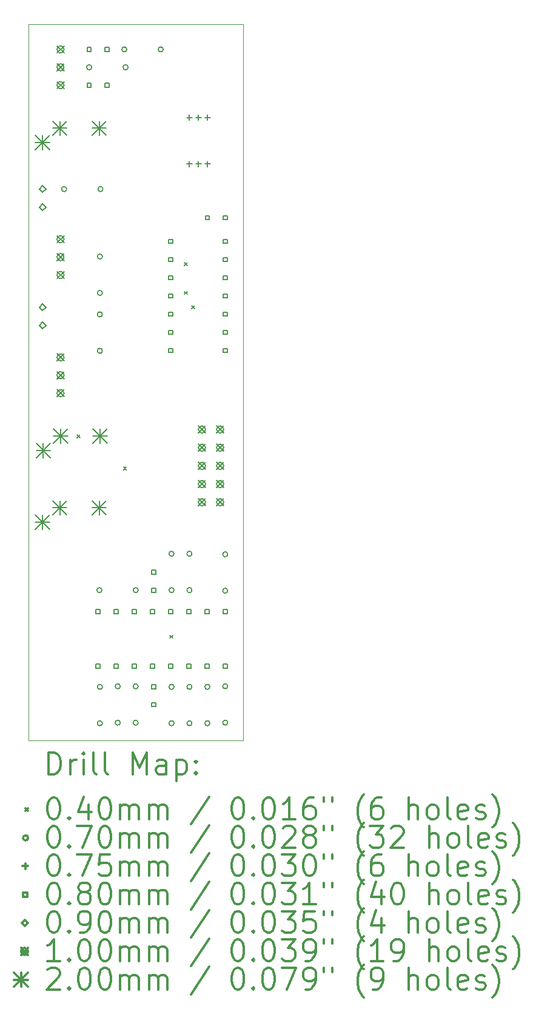
<source format=gbr>
%FSLAX45Y45*%
G04 Gerber Fmt 4.5, Leading zero omitted, Abs format (unit mm)*
G04 Created by KiCad (PCBNEW 5.1.2-f72e74a~84~ubuntu18.04.1) date 2019-05-18 13:16:39*
%MOMM*%
%LPD*%
G04 APERTURE LIST*
%ADD10C,0.050000*%
%ADD11C,0.200000*%
%ADD12C,0.300000*%
G04 APERTURE END LIST*
D10*
X15500000Y-4000000D02*
X12500000Y-4000000D01*
X15500000Y-14000000D02*
X15500000Y-4000000D01*
X12500000Y-14000000D02*
X15500000Y-14000000D01*
X12500000Y-4000000D02*
X12500000Y-14000000D01*
D11*
X13180000Y-9730000D02*
X13220000Y-9770000D01*
X13220000Y-9730000D02*
X13180000Y-9770000D01*
X13830000Y-10180000D02*
X13870000Y-10220000D01*
X13870000Y-10180000D02*
X13830000Y-10220000D01*
X14480000Y-12530000D02*
X14520000Y-12570000D01*
X14520000Y-12530000D02*
X14480000Y-12570000D01*
X14680000Y-7330000D02*
X14720000Y-7370000D01*
X14720000Y-7330000D02*
X14680000Y-7370000D01*
X14680000Y-7730000D02*
X14720000Y-7770000D01*
X14720000Y-7730000D02*
X14680000Y-7770000D01*
X14780000Y-7930000D02*
X14820000Y-7970000D01*
X14820000Y-7930000D02*
X14780000Y-7970000D01*
X14535000Y-13250000D02*
G75*
G03X14535000Y-13250000I-35000J0D01*
G01*
X14535000Y-13758000D02*
G75*
G03X14535000Y-13758000I-35000J0D01*
G01*
X13877000Y-4350000D02*
G75*
G03X13877000Y-4350000I-35000J0D01*
G01*
X14385000Y-4350000D02*
G75*
G03X14385000Y-4350000I-35000J0D01*
G01*
X14035000Y-13242000D02*
G75*
G03X14035000Y-13242000I-35000J0D01*
G01*
X14035000Y-13750000D02*
G75*
G03X14035000Y-13750000I-35000J0D01*
G01*
X13535000Y-13250000D02*
G75*
G03X13535000Y-13250000I-35000J0D01*
G01*
X13535000Y-13758000D02*
G75*
G03X13535000Y-13758000I-35000J0D01*
G01*
X14535000Y-11392000D02*
G75*
G03X14535000Y-11392000I-35000J0D01*
G01*
X14535000Y-11900000D02*
G75*
G03X14535000Y-11900000I-35000J0D01*
G01*
X14785000Y-13250000D02*
G75*
G03X14785000Y-13250000I-35000J0D01*
G01*
X14785000Y-13758000D02*
G75*
G03X14785000Y-13758000I-35000J0D01*
G01*
X13527000Y-11900000D02*
G75*
G03X13527000Y-11900000I-35000J0D01*
G01*
X14035000Y-11900000D02*
G75*
G03X14035000Y-11900000I-35000J0D01*
G01*
X15035000Y-13250000D02*
G75*
G03X15035000Y-13250000I-35000J0D01*
G01*
X15035000Y-13758000D02*
G75*
G03X15035000Y-13758000I-35000J0D01*
G01*
X14785000Y-11392000D02*
G75*
G03X14785000Y-11392000I-35000J0D01*
G01*
X14785000Y-11900000D02*
G75*
G03X14785000Y-11900000I-35000J0D01*
G01*
X13035000Y-6300000D02*
G75*
G03X13035000Y-6300000I-35000J0D01*
G01*
X13543000Y-6300000D02*
G75*
G03X13543000Y-6300000I-35000J0D01*
G01*
X13785000Y-13242000D02*
G75*
G03X13785000Y-13242000I-35000J0D01*
G01*
X13785000Y-13750000D02*
G75*
G03X13785000Y-13750000I-35000J0D01*
G01*
X13535000Y-8050000D02*
G75*
G03X13535000Y-8050000I-35000J0D01*
G01*
X13535000Y-8558000D02*
G75*
G03X13535000Y-8558000I-35000J0D01*
G01*
X15285000Y-11400000D02*
G75*
G03X15285000Y-11400000I-35000J0D01*
G01*
X15285000Y-11908000D02*
G75*
G03X15285000Y-11908000I-35000J0D01*
G01*
X15285000Y-13242000D02*
G75*
G03X15285000Y-13242000I-35000J0D01*
G01*
X15285000Y-13750000D02*
G75*
G03X15285000Y-13750000I-35000J0D01*
G01*
X13535000Y-7242000D02*
G75*
G03X13535000Y-7242000I-35000J0D01*
G01*
X13535000Y-7750000D02*
G75*
G03X13535000Y-7750000I-35000J0D01*
G01*
X13385000Y-4600000D02*
G75*
G03X13385000Y-4600000I-35000J0D01*
G01*
X13893000Y-4600000D02*
G75*
G03X13893000Y-4600000I-35000J0D01*
G01*
X14750000Y-5912500D02*
X14750000Y-5987500D01*
X14712500Y-5950000D02*
X14787500Y-5950000D01*
X14877000Y-5912500D02*
X14877000Y-5987500D01*
X14839500Y-5950000D02*
X14914500Y-5950000D01*
X15004000Y-5912500D02*
X15004000Y-5987500D01*
X14966500Y-5950000D02*
X15041500Y-5950000D01*
X14750000Y-5262500D02*
X14750000Y-5337500D01*
X14712500Y-5300000D02*
X14787500Y-5300000D01*
X14877000Y-5262500D02*
X14877000Y-5337500D01*
X14839500Y-5300000D02*
X14914500Y-5300000D01*
X15004000Y-5262500D02*
X15004000Y-5337500D01*
X14966500Y-5300000D02*
X15041500Y-5300000D01*
X14516284Y-7058284D02*
X14516284Y-7001715D01*
X14459715Y-7001715D01*
X14459715Y-7058284D01*
X14516284Y-7058284D01*
X14516284Y-7312284D02*
X14516284Y-7255715D01*
X14459715Y-7255715D01*
X14459715Y-7312284D01*
X14516284Y-7312284D01*
X14516284Y-7566284D02*
X14516284Y-7509715D01*
X14459715Y-7509715D01*
X14459715Y-7566284D01*
X14516284Y-7566284D01*
X14516284Y-7820284D02*
X14516284Y-7763715D01*
X14459715Y-7763715D01*
X14459715Y-7820284D01*
X14516284Y-7820284D01*
X14516284Y-8074284D02*
X14516284Y-8017715D01*
X14459715Y-8017715D01*
X14459715Y-8074284D01*
X14516284Y-8074284D01*
X14516284Y-8328284D02*
X14516284Y-8271715D01*
X14459715Y-8271715D01*
X14459715Y-8328284D01*
X14516284Y-8328284D01*
X14516284Y-8582285D02*
X14516284Y-8525716D01*
X14459715Y-8525716D01*
X14459715Y-8582285D01*
X14516284Y-8582285D01*
X15278284Y-7058284D02*
X15278284Y-7001715D01*
X15221715Y-7001715D01*
X15221715Y-7058284D01*
X15278284Y-7058284D01*
X15278284Y-7312284D02*
X15278284Y-7255715D01*
X15221715Y-7255715D01*
X15221715Y-7312284D01*
X15278284Y-7312284D01*
X15278284Y-7566284D02*
X15278284Y-7509715D01*
X15221715Y-7509715D01*
X15221715Y-7566284D01*
X15278284Y-7566284D01*
X15278284Y-7820284D02*
X15278284Y-7763715D01*
X15221715Y-7763715D01*
X15221715Y-7820284D01*
X15278284Y-7820284D01*
X15278284Y-8074284D02*
X15278284Y-8017715D01*
X15221715Y-8017715D01*
X15221715Y-8074284D01*
X15278284Y-8074284D01*
X15278284Y-8328284D02*
X15278284Y-8271715D01*
X15221715Y-8271715D01*
X15221715Y-8328284D01*
X15278284Y-8328284D01*
X15278284Y-8582285D02*
X15278284Y-8525716D01*
X15221715Y-8525716D01*
X15221715Y-8582285D01*
X15278284Y-8582285D01*
X13378284Y-4378285D02*
X13378284Y-4321716D01*
X13321715Y-4321716D01*
X13321715Y-4378285D01*
X13378284Y-4378285D01*
X13628284Y-4378285D02*
X13628284Y-4321716D01*
X13571715Y-4321716D01*
X13571715Y-4378285D01*
X13628284Y-4378285D01*
X13378284Y-4878285D02*
X13378284Y-4821716D01*
X13321715Y-4821716D01*
X13321715Y-4878285D01*
X13378284Y-4878285D01*
X13628284Y-4878285D02*
X13628284Y-4821716D01*
X13571715Y-4821716D01*
X13571715Y-4878285D01*
X13628284Y-4878285D01*
X14278284Y-11678284D02*
X14278284Y-11621715D01*
X14221715Y-11621715D01*
X14221715Y-11678284D01*
X14278284Y-11678284D01*
X14278284Y-11928284D02*
X14278284Y-11871715D01*
X14221715Y-11871715D01*
X14221715Y-11928284D01*
X14278284Y-11928284D01*
X13500284Y-12228284D02*
X13500284Y-12171715D01*
X13443715Y-12171715D01*
X13443715Y-12228284D01*
X13500284Y-12228284D01*
X13500284Y-12990284D02*
X13500284Y-12933715D01*
X13443715Y-12933715D01*
X13443715Y-12990284D01*
X13500284Y-12990284D01*
X13754284Y-12228284D02*
X13754284Y-12171715D01*
X13697715Y-12171715D01*
X13697715Y-12228284D01*
X13754284Y-12228284D01*
X13754284Y-12990284D02*
X13754284Y-12933715D01*
X13697715Y-12933715D01*
X13697715Y-12990284D01*
X13754284Y-12990284D01*
X14008284Y-12228284D02*
X14008284Y-12171715D01*
X13951715Y-12171715D01*
X13951715Y-12228284D01*
X14008284Y-12228284D01*
X14008284Y-12990284D02*
X14008284Y-12933715D01*
X13951715Y-12933715D01*
X13951715Y-12990284D01*
X14008284Y-12990284D01*
X14262284Y-12228284D02*
X14262284Y-12171715D01*
X14205715Y-12171715D01*
X14205715Y-12228284D01*
X14262284Y-12228284D01*
X14262284Y-12990284D02*
X14262284Y-12933715D01*
X14205715Y-12933715D01*
X14205715Y-12990284D01*
X14262284Y-12990284D01*
X14516284Y-12228284D02*
X14516284Y-12171715D01*
X14459715Y-12171715D01*
X14459715Y-12228284D01*
X14516284Y-12228284D01*
X14516284Y-12990284D02*
X14516284Y-12933715D01*
X14459715Y-12933715D01*
X14459715Y-12990284D01*
X14516284Y-12990284D01*
X14770284Y-12228284D02*
X14770284Y-12171715D01*
X14713715Y-12171715D01*
X14713715Y-12228284D01*
X14770284Y-12228284D01*
X14770284Y-12990284D02*
X14770284Y-12933715D01*
X14713715Y-12933715D01*
X14713715Y-12990284D01*
X14770284Y-12990284D01*
X15024284Y-12228284D02*
X15024284Y-12171715D01*
X14967715Y-12171715D01*
X14967715Y-12228284D01*
X15024284Y-12228284D01*
X15024284Y-12990284D02*
X15024284Y-12933715D01*
X14967715Y-12933715D01*
X14967715Y-12990284D01*
X15024284Y-12990284D01*
X15278284Y-12228284D02*
X15278284Y-12171715D01*
X15221715Y-12171715D01*
X15221715Y-12228284D01*
X15278284Y-12228284D01*
X15278284Y-12990284D02*
X15278284Y-12933715D01*
X15221715Y-12933715D01*
X15221715Y-12990284D01*
X15278284Y-12990284D01*
X15028284Y-6728284D02*
X15028284Y-6671715D01*
X14971715Y-6671715D01*
X14971715Y-6728284D01*
X15028284Y-6728284D01*
X15278284Y-6728284D02*
X15278284Y-6671715D01*
X15221715Y-6671715D01*
X15221715Y-6728284D01*
X15278284Y-6728284D01*
X14278284Y-13278284D02*
X14278284Y-13221715D01*
X14221715Y-13221715D01*
X14221715Y-13278284D01*
X14278284Y-13278284D01*
X14278284Y-13528284D02*
X14278284Y-13471715D01*
X14221715Y-13471715D01*
X14221715Y-13528284D01*
X14278284Y-13528284D01*
X12700000Y-7995000D02*
X12745000Y-7950000D01*
X12700000Y-7905000D01*
X12655000Y-7950000D01*
X12700000Y-7995000D01*
X12700000Y-8249000D02*
X12745000Y-8204000D01*
X12700000Y-8159000D01*
X12655000Y-8204000D01*
X12700000Y-8249000D01*
X12700000Y-6345000D02*
X12745000Y-6300000D01*
X12700000Y-6255000D01*
X12655000Y-6300000D01*
X12700000Y-6345000D01*
X12700000Y-6599000D02*
X12745000Y-6554000D01*
X12700000Y-6509000D01*
X12655000Y-6554000D01*
X12700000Y-6599000D01*
X12900000Y-6950000D02*
X13000000Y-7050000D01*
X13000000Y-6950000D02*
X12900000Y-7050000D01*
X13000000Y-7000000D02*
G75*
G03X13000000Y-7000000I-50000J0D01*
G01*
X12900000Y-7200000D02*
X13000000Y-7300000D01*
X13000000Y-7200000D02*
X12900000Y-7300000D01*
X13000000Y-7250000D02*
G75*
G03X13000000Y-7250000I-50000J0D01*
G01*
X12900000Y-7450000D02*
X13000000Y-7550000D01*
X13000000Y-7450000D02*
X12900000Y-7550000D01*
X13000000Y-7500000D02*
G75*
G03X13000000Y-7500000I-50000J0D01*
G01*
X14875300Y-9606500D02*
X14975300Y-9706500D01*
X14975300Y-9606500D02*
X14875300Y-9706500D01*
X14975300Y-9656500D02*
G75*
G03X14975300Y-9656500I-50000J0D01*
G01*
X14875300Y-9860500D02*
X14975300Y-9960500D01*
X14975300Y-9860500D02*
X14875300Y-9960500D01*
X14975300Y-9910500D02*
G75*
G03X14975300Y-9910500I-50000J0D01*
G01*
X14875300Y-10114500D02*
X14975300Y-10214500D01*
X14975300Y-10114500D02*
X14875300Y-10214500D01*
X14975300Y-10164500D02*
G75*
G03X14975300Y-10164500I-50000J0D01*
G01*
X14875300Y-10368500D02*
X14975300Y-10468500D01*
X14975300Y-10368500D02*
X14875300Y-10468500D01*
X14975300Y-10418500D02*
G75*
G03X14975300Y-10418500I-50000J0D01*
G01*
X14875300Y-10622500D02*
X14975300Y-10722500D01*
X14975300Y-10622500D02*
X14875300Y-10722500D01*
X14975300Y-10672500D02*
G75*
G03X14975300Y-10672500I-50000J0D01*
G01*
X15129300Y-9606500D02*
X15229300Y-9706500D01*
X15229300Y-9606500D02*
X15129300Y-9706500D01*
X15229300Y-9656500D02*
G75*
G03X15229300Y-9656500I-50000J0D01*
G01*
X15129300Y-9860500D02*
X15229300Y-9960500D01*
X15229300Y-9860500D02*
X15129300Y-9960500D01*
X15229300Y-9910500D02*
G75*
G03X15229300Y-9910500I-50000J0D01*
G01*
X15129300Y-10114500D02*
X15229300Y-10214500D01*
X15229300Y-10114500D02*
X15129300Y-10214500D01*
X15229300Y-10164500D02*
G75*
G03X15229300Y-10164500I-50000J0D01*
G01*
X15129300Y-10368500D02*
X15229300Y-10468500D01*
X15229300Y-10368500D02*
X15129300Y-10468500D01*
X15229300Y-10418500D02*
G75*
G03X15229300Y-10418500I-50000J0D01*
G01*
X15129300Y-10622500D02*
X15229300Y-10722500D01*
X15229300Y-10622500D02*
X15129300Y-10722500D01*
X15229300Y-10672500D02*
G75*
G03X15229300Y-10672500I-50000J0D01*
G01*
X12900000Y-4300000D02*
X13000000Y-4400000D01*
X13000000Y-4300000D02*
X12900000Y-4400000D01*
X13000000Y-4350000D02*
G75*
G03X13000000Y-4350000I-50000J0D01*
G01*
X12900000Y-4550000D02*
X13000000Y-4650000D01*
X13000000Y-4550000D02*
X12900000Y-4650000D01*
X13000000Y-4600000D02*
G75*
G03X13000000Y-4600000I-50000J0D01*
G01*
X12900000Y-4800000D02*
X13000000Y-4900000D01*
X13000000Y-4800000D02*
X12900000Y-4900000D01*
X13000000Y-4850000D02*
G75*
G03X13000000Y-4850000I-50000J0D01*
G01*
X12900000Y-8600000D02*
X13000000Y-8700000D01*
X13000000Y-8600000D02*
X12900000Y-8700000D01*
X13000000Y-8650000D02*
G75*
G03X13000000Y-8650000I-50000J0D01*
G01*
X12900000Y-8850000D02*
X13000000Y-8950000D01*
X13000000Y-8850000D02*
X12900000Y-8950000D01*
X13000000Y-8900000D02*
G75*
G03X13000000Y-8900000I-50000J0D01*
G01*
X12900000Y-9100000D02*
X13000000Y-9200000D01*
X13000000Y-9100000D02*
X12900000Y-9200000D01*
X13000000Y-9150000D02*
G75*
G03X13000000Y-9150000I-50000J0D01*
G01*
X12600000Y-5550000D02*
X12800000Y-5750000D01*
X12800000Y-5550000D02*
X12600000Y-5750000D01*
X12700000Y-5550000D02*
X12700000Y-5750000D01*
X12600000Y-5650000D02*
X12800000Y-5650000D01*
X12840000Y-5350000D02*
X13040000Y-5550000D01*
X13040000Y-5350000D02*
X12840000Y-5550000D01*
X12940000Y-5350000D02*
X12940000Y-5550000D01*
X12840000Y-5450000D02*
X13040000Y-5450000D01*
X13390000Y-5350000D02*
X13590000Y-5550000D01*
X13590000Y-5350000D02*
X13390000Y-5550000D01*
X13490000Y-5350000D02*
X13490000Y-5550000D01*
X13390000Y-5450000D02*
X13590000Y-5450000D01*
X12600000Y-10850000D02*
X12800000Y-11050000D01*
X12800000Y-10850000D02*
X12600000Y-11050000D01*
X12700000Y-10850000D02*
X12700000Y-11050000D01*
X12600000Y-10950000D02*
X12800000Y-10950000D01*
X12840000Y-10650000D02*
X13040000Y-10850000D01*
X13040000Y-10650000D02*
X12840000Y-10850000D01*
X12940000Y-10650000D02*
X12940000Y-10850000D01*
X12840000Y-10750000D02*
X13040000Y-10750000D01*
X13390000Y-10650000D02*
X13590000Y-10850000D01*
X13590000Y-10650000D02*
X13390000Y-10850000D01*
X13490000Y-10650000D02*
X13490000Y-10850000D01*
X13390000Y-10750000D02*
X13590000Y-10750000D01*
X12610000Y-9850000D02*
X12810000Y-10050000D01*
X12810000Y-9850000D02*
X12610000Y-10050000D01*
X12710000Y-9850000D02*
X12710000Y-10050000D01*
X12610000Y-9950000D02*
X12810000Y-9950000D01*
X12850000Y-9650000D02*
X13050000Y-9850000D01*
X13050000Y-9650000D02*
X12850000Y-9850000D01*
X12950000Y-9650000D02*
X12950000Y-9850000D01*
X12850000Y-9750000D02*
X13050000Y-9750000D01*
X13400000Y-9650000D02*
X13600000Y-9850000D01*
X13600000Y-9650000D02*
X13400000Y-9850000D01*
X13500000Y-9650000D02*
X13500000Y-9850000D01*
X13400000Y-9750000D02*
X13600000Y-9750000D01*
D12*
X12783928Y-14468214D02*
X12783928Y-14168214D01*
X12855357Y-14168214D01*
X12898214Y-14182500D01*
X12926786Y-14211071D01*
X12941071Y-14239643D01*
X12955357Y-14296786D01*
X12955357Y-14339643D01*
X12941071Y-14396786D01*
X12926786Y-14425357D01*
X12898214Y-14453929D01*
X12855357Y-14468214D01*
X12783928Y-14468214D01*
X13083928Y-14468214D02*
X13083928Y-14268214D01*
X13083928Y-14325357D02*
X13098214Y-14296786D01*
X13112500Y-14282500D01*
X13141071Y-14268214D01*
X13169643Y-14268214D01*
X13269643Y-14468214D02*
X13269643Y-14268214D01*
X13269643Y-14168214D02*
X13255357Y-14182500D01*
X13269643Y-14196786D01*
X13283928Y-14182500D01*
X13269643Y-14168214D01*
X13269643Y-14196786D01*
X13455357Y-14468214D02*
X13426786Y-14453929D01*
X13412500Y-14425357D01*
X13412500Y-14168214D01*
X13612500Y-14468214D02*
X13583928Y-14453929D01*
X13569643Y-14425357D01*
X13569643Y-14168214D01*
X13955357Y-14468214D02*
X13955357Y-14168214D01*
X14055357Y-14382500D01*
X14155357Y-14168214D01*
X14155357Y-14468214D01*
X14426786Y-14468214D02*
X14426786Y-14311071D01*
X14412500Y-14282500D01*
X14383928Y-14268214D01*
X14326786Y-14268214D01*
X14298214Y-14282500D01*
X14426786Y-14453929D02*
X14398214Y-14468214D01*
X14326786Y-14468214D01*
X14298214Y-14453929D01*
X14283928Y-14425357D01*
X14283928Y-14396786D01*
X14298214Y-14368214D01*
X14326786Y-14353929D01*
X14398214Y-14353929D01*
X14426786Y-14339643D01*
X14569643Y-14268214D02*
X14569643Y-14568214D01*
X14569643Y-14282500D02*
X14598214Y-14268214D01*
X14655357Y-14268214D01*
X14683928Y-14282500D01*
X14698214Y-14296786D01*
X14712500Y-14325357D01*
X14712500Y-14411071D01*
X14698214Y-14439643D01*
X14683928Y-14453929D01*
X14655357Y-14468214D01*
X14598214Y-14468214D01*
X14569643Y-14453929D01*
X14841071Y-14439643D02*
X14855357Y-14453929D01*
X14841071Y-14468214D01*
X14826786Y-14453929D01*
X14841071Y-14439643D01*
X14841071Y-14468214D01*
X14841071Y-14282500D02*
X14855357Y-14296786D01*
X14841071Y-14311071D01*
X14826786Y-14296786D01*
X14841071Y-14282500D01*
X14841071Y-14311071D01*
X12457500Y-14942500D02*
X12497500Y-14982500D01*
X12497500Y-14942500D02*
X12457500Y-14982500D01*
X12841071Y-14798214D02*
X12869643Y-14798214D01*
X12898214Y-14812500D01*
X12912500Y-14826786D01*
X12926786Y-14855357D01*
X12941071Y-14912500D01*
X12941071Y-14983929D01*
X12926786Y-15041071D01*
X12912500Y-15069643D01*
X12898214Y-15083929D01*
X12869643Y-15098214D01*
X12841071Y-15098214D01*
X12812500Y-15083929D01*
X12798214Y-15069643D01*
X12783928Y-15041071D01*
X12769643Y-14983929D01*
X12769643Y-14912500D01*
X12783928Y-14855357D01*
X12798214Y-14826786D01*
X12812500Y-14812500D01*
X12841071Y-14798214D01*
X13069643Y-15069643D02*
X13083928Y-15083929D01*
X13069643Y-15098214D01*
X13055357Y-15083929D01*
X13069643Y-15069643D01*
X13069643Y-15098214D01*
X13341071Y-14898214D02*
X13341071Y-15098214D01*
X13269643Y-14783929D02*
X13198214Y-14998214D01*
X13383928Y-14998214D01*
X13555357Y-14798214D02*
X13583928Y-14798214D01*
X13612500Y-14812500D01*
X13626786Y-14826786D01*
X13641071Y-14855357D01*
X13655357Y-14912500D01*
X13655357Y-14983929D01*
X13641071Y-15041071D01*
X13626786Y-15069643D01*
X13612500Y-15083929D01*
X13583928Y-15098214D01*
X13555357Y-15098214D01*
X13526786Y-15083929D01*
X13512500Y-15069643D01*
X13498214Y-15041071D01*
X13483928Y-14983929D01*
X13483928Y-14912500D01*
X13498214Y-14855357D01*
X13512500Y-14826786D01*
X13526786Y-14812500D01*
X13555357Y-14798214D01*
X13783928Y-15098214D02*
X13783928Y-14898214D01*
X13783928Y-14926786D02*
X13798214Y-14912500D01*
X13826786Y-14898214D01*
X13869643Y-14898214D01*
X13898214Y-14912500D01*
X13912500Y-14941071D01*
X13912500Y-15098214D01*
X13912500Y-14941071D02*
X13926786Y-14912500D01*
X13955357Y-14898214D01*
X13998214Y-14898214D01*
X14026786Y-14912500D01*
X14041071Y-14941071D01*
X14041071Y-15098214D01*
X14183928Y-15098214D02*
X14183928Y-14898214D01*
X14183928Y-14926786D02*
X14198214Y-14912500D01*
X14226786Y-14898214D01*
X14269643Y-14898214D01*
X14298214Y-14912500D01*
X14312500Y-14941071D01*
X14312500Y-15098214D01*
X14312500Y-14941071D02*
X14326786Y-14912500D01*
X14355357Y-14898214D01*
X14398214Y-14898214D01*
X14426786Y-14912500D01*
X14441071Y-14941071D01*
X14441071Y-15098214D01*
X15026786Y-14783929D02*
X14769643Y-15169643D01*
X15412500Y-14798214D02*
X15441071Y-14798214D01*
X15469643Y-14812500D01*
X15483928Y-14826786D01*
X15498214Y-14855357D01*
X15512500Y-14912500D01*
X15512500Y-14983929D01*
X15498214Y-15041071D01*
X15483928Y-15069643D01*
X15469643Y-15083929D01*
X15441071Y-15098214D01*
X15412500Y-15098214D01*
X15383928Y-15083929D01*
X15369643Y-15069643D01*
X15355357Y-15041071D01*
X15341071Y-14983929D01*
X15341071Y-14912500D01*
X15355357Y-14855357D01*
X15369643Y-14826786D01*
X15383928Y-14812500D01*
X15412500Y-14798214D01*
X15641071Y-15069643D02*
X15655357Y-15083929D01*
X15641071Y-15098214D01*
X15626786Y-15083929D01*
X15641071Y-15069643D01*
X15641071Y-15098214D01*
X15841071Y-14798214D02*
X15869643Y-14798214D01*
X15898214Y-14812500D01*
X15912500Y-14826786D01*
X15926786Y-14855357D01*
X15941071Y-14912500D01*
X15941071Y-14983929D01*
X15926786Y-15041071D01*
X15912500Y-15069643D01*
X15898214Y-15083929D01*
X15869643Y-15098214D01*
X15841071Y-15098214D01*
X15812500Y-15083929D01*
X15798214Y-15069643D01*
X15783928Y-15041071D01*
X15769643Y-14983929D01*
X15769643Y-14912500D01*
X15783928Y-14855357D01*
X15798214Y-14826786D01*
X15812500Y-14812500D01*
X15841071Y-14798214D01*
X16226786Y-15098214D02*
X16055357Y-15098214D01*
X16141071Y-15098214D02*
X16141071Y-14798214D01*
X16112500Y-14841071D01*
X16083928Y-14869643D01*
X16055357Y-14883929D01*
X16483928Y-14798214D02*
X16426786Y-14798214D01*
X16398214Y-14812500D01*
X16383928Y-14826786D01*
X16355357Y-14869643D01*
X16341071Y-14926786D01*
X16341071Y-15041071D01*
X16355357Y-15069643D01*
X16369643Y-15083929D01*
X16398214Y-15098214D01*
X16455357Y-15098214D01*
X16483928Y-15083929D01*
X16498214Y-15069643D01*
X16512500Y-15041071D01*
X16512500Y-14969643D01*
X16498214Y-14941071D01*
X16483928Y-14926786D01*
X16455357Y-14912500D01*
X16398214Y-14912500D01*
X16369643Y-14926786D01*
X16355357Y-14941071D01*
X16341071Y-14969643D01*
X16626786Y-14798214D02*
X16626786Y-14855357D01*
X16741071Y-14798214D02*
X16741071Y-14855357D01*
X17183928Y-15212500D02*
X17169643Y-15198214D01*
X17141071Y-15155357D01*
X17126786Y-15126786D01*
X17112500Y-15083929D01*
X17098214Y-15012500D01*
X17098214Y-14955357D01*
X17112500Y-14883929D01*
X17126786Y-14841071D01*
X17141071Y-14812500D01*
X17169643Y-14769643D01*
X17183928Y-14755357D01*
X17426786Y-14798214D02*
X17369643Y-14798214D01*
X17341071Y-14812500D01*
X17326786Y-14826786D01*
X17298214Y-14869643D01*
X17283928Y-14926786D01*
X17283928Y-15041071D01*
X17298214Y-15069643D01*
X17312500Y-15083929D01*
X17341071Y-15098214D01*
X17398214Y-15098214D01*
X17426786Y-15083929D01*
X17441071Y-15069643D01*
X17455357Y-15041071D01*
X17455357Y-14969643D01*
X17441071Y-14941071D01*
X17426786Y-14926786D01*
X17398214Y-14912500D01*
X17341071Y-14912500D01*
X17312500Y-14926786D01*
X17298214Y-14941071D01*
X17283928Y-14969643D01*
X17812500Y-15098214D02*
X17812500Y-14798214D01*
X17941071Y-15098214D02*
X17941071Y-14941071D01*
X17926786Y-14912500D01*
X17898214Y-14898214D01*
X17855357Y-14898214D01*
X17826786Y-14912500D01*
X17812500Y-14926786D01*
X18126786Y-15098214D02*
X18098214Y-15083929D01*
X18083928Y-15069643D01*
X18069643Y-15041071D01*
X18069643Y-14955357D01*
X18083928Y-14926786D01*
X18098214Y-14912500D01*
X18126786Y-14898214D01*
X18169643Y-14898214D01*
X18198214Y-14912500D01*
X18212500Y-14926786D01*
X18226786Y-14955357D01*
X18226786Y-15041071D01*
X18212500Y-15069643D01*
X18198214Y-15083929D01*
X18169643Y-15098214D01*
X18126786Y-15098214D01*
X18398214Y-15098214D02*
X18369643Y-15083929D01*
X18355357Y-15055357D01*
X18355357Y-14798214D01*
X18626786Y-15083929D02*
X18598214Y-15098214D01*
X18541071Y-15098214D01*
X18512500Y-15083929D01*
X18498214Y-15055357D01*
X18498214Y-14941071D01*
X18512500Y-14912500D01*
X18541071Y-14898214D01*
X18598214Y-14898214D01*
X18626786Y-14912500D01*
X18641071Y-14941071D01*
X18641071Y-14969643D01*
X18498214Y-14998214D01*
X18755357Y-15083929D02*
X18783928Y-15098214D01*
X18841071Y-15098214D01*
X18869643Y-15083929D01*
X18883928Y-15055357D01*
X18883928Y-15041071D01*
X18869643Y-15012500D01*
X18841071Y-14998214D01*
X18798214Y-14998214D01*
X18769643Y-14983929D01*
X18755357Y-14955357D01*
X18755357Y-14941071D01*
X18769643Y-14912500D01*
X18798214Y-14898214D01*
X18841071Y-14898214D01*
X18869643Y-14912500D01*
X18983928Y-15212500D02*
X18998214Y-15198214D01*
X19026786Y-15155357D01*
X19041071Y-15126786D01*
X19055357Y-15083929D01*
X19069643Y-15012500D01*
X19069643Y-14955357D01*
X19055357Y-14883929D01*
X19041071Y-14841071D01*
X19026786Y-14812500D01*
X18998214Y-14769643D01*
X18983928Y-14755357D01*
X12497500Y-15358500D02*
G75*
G03X12497500Y-15358500I-35000J0D01*
G01*
X12841071Y-15194214D02*
X12869643Y-15194214D01*
X12898214Y-15208500D01*
X12912500Y-15222786D01*
X12926786Y-15251357D01*
X12941071Y-15308500D01*
X12941071Y-15379929D01*
X12926786Y-15437071D01*
X12912500Y-15465643D01*
X12898214Y-15479929D01*
X12869643Y-15494214D01*
X12841071Y-15494214D01*
X12812500Y-15479929D01*
X12798214Y-15465643D01*
X12783928Y-15437071D01*
X12769643Y-15379929D01*
X12769643Y-15308500D01*
X12783928Y-15251357D01*
X12798214Y-15222786D01*
X12812500Y-15208500D01*
X12841071Y-15194214D01*
X13069643Y-15465643D02*
X13083928Y-15479929D01*
X13069643Y-15494214D01*
X13055357Y-15479929D01*
X13069643Y-15465643D01*
X13069643Y-15494214D01*
X13183928Y-15194214D02*
X13383928Y-15194214D01*
X13255357Y-15494214D01*
X13555357Y-15194214D02*
X13583928Y-15194214D01*
X13612500Y-15208500D01*
X13626786Y-15222786D01*
X13641071Y-15251357D01*
X13655357Y-15308500D01*
X13655357Y-15379929D01*
X13641071Y-15437071D01*
X13626786Y-15465643D01*
X13612500Y-15479929D01*
X13583928Y-15494214D01*
X13555357Y-15494214D01*
X13526786Y-15479929D01*
X13512500Y-15465643D01*
X13498214Y-15437071D01*
X13483928Y-15379929D01*
X13483928Y-15308500D01*
X13498214Y-15251357D01*
X13512500Y-15222786D01*
X13526786Y-15208500D01*
X13555357Y-15194214D01*
X13783928Y-15494214D02*
X13783928Y-15294214D01*
X13783928Y-15322786D02*
X13798214Y-15308500D01*
X13826786Y-15294214D01*
X13869643Y-15294214D01*
X13898214Y-15308500D01*
X13912500Y-15337071D01*
X13912500Y-15494214D01*
X13912500Y-15337071D02*
X13926786Y-15308500D01*
X13955357Y-15294214D01*
X13998214Y-15294214D01*
X14026786Y-15308500D01*
X14041071Y-15337071D01*
X14041071Y-15494214D01*
X14183928Y-15494214D02*
X14183928Y-15294214D01*
X14183928Y-15322786D02*
X14198214Y-15308500D01*
X14226786Y-15294214D01*
X14269643Y-15294214D01*
X14298214Y-15308500D01*
X14312500Y-15337071D01*
X14312500Y-15494214D01*
X14312500Y-15337071D02*
X14326786Y-15308500D01*
X14355357Y-15294214D01*
X14398214Y-15294214D01*
X14426786Y-15308500D01*
X14441071Y-15337071D01*
X14441071Y-15494214D01*
X15026786Y-15179929D02*
X14769643Y-15565643D01*
X15412500Y-15194214D02*
X15441071Y-15194214D01*
X15469643Y-15208500D01*
X15483928Y-15222786D01*
X15498214Y-15251357D01*
X15512500Y-15308500D01*
X15512500Y-15379929D01*
X15498214Y-15437071D01*
X15483928Y-15465643D01*
X15469643Y-15479929D01*
X15441071Y-15494214D01*
X15412500Y-15494214D01*
X15383928Y-15479929D01*
X15369643Y-15465643D01*
X15355357Y-15437071D01*
X15341071Y-15379929D01*
X15341071Y-15308500D01*
X15355357Y-15251357D01*
X15369643Y-15222786D01*
X15383928Y-15208500D01*
X15412500Y-15194214D01*
X15641071Y-15465643D02*
X15655357Y-15479929D01*
X15641071Y-15494214D01*
X15626786Y-15479929D01*
X15641071Y-15465643D01*
X15641071Y-15494214D01*
X15841071Y-15194214D02*
X15869643Y-15194214D01*
X15898214Y-15208500D01*
X15912500Y-15222786D01*
X15926786Y-15251357D01*
X15941071Y-15308500D01*
X15941071Y-15379929D01*
X15926786Y-15437071D01*
X15912500Y-15465643D01*
X15898214Y-15479929D01*
X15869643Y-15494214D01*
X15841071Y-15494214D01*
X15812500Y-15479929D01*
X15798214Y-15465643D01*
X15783928Y-15437071D01*
X15769643Y-15379929D01*
X15769643Y-15308500D01*
X15783928Y-15251357D01*
X15798214Y-15222786D01*
X15812500Y-15208500D01*
X15841071Y-15194214D01*
X16055357Y-15222786D02*
X16069643Y-15208500D01*
X16098214Y-15194214D01*
X16169643Y-15194214D01*
X16198214Y-15208500D01*
X16212500Y-15222786D01*
X16226786Y-15251357D01*
X16226786Y-15279929D01*
X16212500Y-15322786D01*
X16041071Y-15494214D01*
X16226786Y-15494214D01*
X16398214Y-15322786D02*
X16369643Y-15308500D01*
X16355357Y-15294214D01*
X16341071Y-15265643D01*
X16341071Y-15251357D01*
X16355357Y-15222786D01*
X16369643Y-15208500D01*
X16398214Y-15194214D01*
X16455357Y-15194214D01*
X16483928Y-15208500D01*
X16498214Y-15222786D01*
X16512500Y-15251357D01*
X16512500Y-15265643D01*
X16498214Y-15294214D01*
X16483928Y-15308500D01*
X16455357Y-15322786D01*
X16398214Y-15322786D01*
X16369643Y-15337071D01*
X16355357Y-15351357D01*
X16341071Y-15379929D01*
X16341071Y-15437071D01*
X16355357Y-15465643D01*
X16369643Y-15479929D01*
X16398214Y-15494214D01*
X16455357Y-15494214D01*
X16483928Y-15479929D01*
X16498214Y-15465643D01*
X16512500Y-15437071D01*
X16512500Y-15379929D01*
X16498214Y-15351357D01*
X16483928Y-15337071D01*
X16455357Y-15322786D01*
X16626786Y-15194214D02*
X16626786Y-15251357D01*
X16741071Y-15194214D02*
X16741071Y-15251357D01*
X17183928Y-15608500D02*
X17169643Y-15594214D01*
X17141071Y-15551357D01*
X17126786Y-15522786D01*
X17112500Y-15479929D01*
X17098214Y-15408500D01*
X17098214Y-15351357D01*
X17112500Y-15279929D01*
X17126786Y-15237071D01*
X17141071Y-15208500D01*
X17169643Y-15165643D01*
X17183928Y-15151357D01*
X17269643Y-15194214D02*
X17455357Y-15194214D01*
X17355357Y-15308500D01*
X17398214Y-15308500D01*
X17426786Y-15322786D01*
X17441071Y-15337071D01*
X17455357Y-15365643D01*
X17455357Y-15437071D01*
X17441071Y-15465643D01*
X17426786Y-15479929D01*
X17398214Y-15494214D01*
X17312500Y-15494214D01*
X17283928Y-15479929D01*
X17269643Y-15465643D01*
X17569643Y-15222786D02*
X17583928Y-15208500D01*
X17612500Y-15194214D01*
X17683928Y-15194214D01*
X17712500Y-15208500D01*
X17726786Y-15222786D01*
X17741071Y-15251357D01*
X17741071Y-15279929D01*
X17726786Y-15322786D01*
X17555357Y-15494214D01*
X17741071Y-15494214D01*
X18098214Y-15494214D02*
X18098214Y-15194214D01*
X18226786Y-15494214D02*
X18226786Y-15337071D01*
X18212500Y-15308500D01*
X18183928Y-15294214D01*
X18141071Y-15294214D01*
X18112500Y-15308500D01*
X18098214Y-15322786D01*
X18412500Y-15494214D02*
X18383928Y-15479929D01*
X18369643Y-15465643D01*
X18355357Y-15437071D01*
X18355357Y-15351357D01*
X18369643Y-15322786D01*
X18383928Y-15308500D01*
X18412500Y-15294214D01*
X18455357Y-15294214D01*
X18483928Y-15308500D01*
X18498214Y-15322786D01*
X18512500Y-15351357D01*
X18512500Y-15437071D01*
X18498214Y-15465643D01*
X18483928Y-15479929D01*
X18455357Y-15494214D01*
X18412500Y-15494214D01*
X18683928Y-15494214D02*
X18655357Y-15479929D01*
X18641071Y-15451357D01*
X18641071Y-15194214D01*
X18912500Y-15479929D02*
X18883928Y-15494214D01*
X18826786Y-15494214D01*
X18798214Y-15479929D01*
X18783928Y-15451357D01*
X18783928Y-15337071D01*
X18798214Y-15308500D01*
X18826786Y-15294214D01*
X18883928Y-15294214D01*
X18912500Y-15308500D01*
X18926786Y-15337071D01*
X18926786Y-15365643D01*
X18783928Y-15394214D01*
X19041071Y-15479929D02*
X19069643Y-15494214D01*
X19126786Y-15494214D01*
X19155357Y-15479929D01*
X19169643Y-15451357D01*
X19169643Y-15437071D01*
X19155357Y-15408500D01*
X19126786Y-15394214D01*
X19083928Y-15394214D01*
X19055357Y-15379929D01*
X19041071Y-15351357D01*
X19041071Y-15337071D01*
X19055357Y-15308500D01*
X19083928Y-15294214D01*
X19126786Y-15294214D01*
X19155357Y-15308500D01*
X19269643Y-15608500D02*
X19283928Y-15594214D01*
X19312500Y-15551357D01*
X19326786Y-15522786D01*
X19341071Y-15479929D01*
X19355357Y-15408500D01*
X19355357Y-15351357D01*
X19341071Y-15279929D01*
X19326786Y-15237071D01*
X19312500Y-15208500D01*
X19283928Y-15165643D01*
X19269643Y-15151357D01*
X12460000Y-15717000D02*
X12460000Y-15792000D01*
X12422500Y-15754500D02*
X12497500Y-15754500D01*
X12841071Y-15590214D02*
X12869643Y-15590214D01*
X12898214Y-15604500D01*
X12912500Y-15618786D01*
X12926786Y-15647357D01*
X12941071Y-15704500D01*
X12941071Y-15775929D01*
X12926786Y-15833071D01*
X12912500Y-15861643D01*
X12898214Y-15875929D01*
X12869643Y-15890214D01*
X12841071Y-15890214D01*
X12812500Y-15875929D01*
X12798214Y-15861643D01*
X12783928Y-15833071D01*
X12769643Y-15775929D01*
X12769643Y-15704500D01*
X12783928Y-15647357D01*
X12798214Y-15618786D01*
X12812500Y-15604500D01*
X12841071Y-15590214D01*
X13069643Y-15861643D02*
X13083928Y-15875929D01*
X13069643Y-15890214D01*
X13055357Y-15875929D01*
X13069643Y-15861643D01*
X13069643Y-15890214D01*
X13183928Y-15590214D02*
X13383928Y-15590214D01*
X13255357Y-15890214D01*
X13641071Y-15590214D02*
X13498214Y-15590214D01*
X13483928Y-15733071D01*
X13498214Y-15718786D01*
X13526786Y-15704500D01*
X13598214Y-15704500D01*
X13626786Y-15718786D01*
X13641071Y-15733071D01*
X13655357Y-15761643D01*
X13655357Y-15833071D01*
X13641071Y-15861643D01*
X13626786Y-15875929D01*
X13598214Y-15890214D01*
X13526786Y-15890214D01*
X13498214Y-15875929D01*
X13483928Y-15861643D01*
X13783928Y-15890214D02*
X13783928Y-15690214D01*
X13783928Y-15718786D02*
X13798214Y-15704500D01*
X13826786Y-15690214D01*
X13869643Y-15690214D01*
X13898214Y-15704500D01*
X13912500Y-15733071D01*
X13912500Y-15890214D01*
X13912500Y-15733071D02*
X13926786Y-15704500D01*
X13955357Y-15690214D01*
X13998214Y-15690214D01*
X14026786Y-15704500D01*
X14041071Y-15733071D01*
X14041071Y-15890214D01*
X14183928Y-15890214D02*
X14183928Y-15690214D01*
X14183928Y-15718786D02*
X14198214Y-15704500D01*
X14226786Y-15690214D01*
X14269643Y-15690214D01*
X14298214Y-15704500D01*
X14312500Y-15733071D01*
X14312500Y-15890214D01*
X14312500Y-15733071D02*
X14326786Y-15704500D01*
X14355357Y-15690214D01*
X14398214Y-15690214D01*
X14426786Y-15704500D01*
X14441071Y-15733071D01*
X14441071Y-15890214D01*
X15026786Y-15575929D02*
X14769643Y-15961643D01*
X15412500Y-15590214D02*
X15441071Y-15590214D01*
X15469643Y-15604500D01*
X15483928Y-15618786D01*
X15498214Y-15647357D01*
X15512500Y-15704500D01*
X15512500Y-15775929D01*
X15498214Y-15833071D01*
X15483928Y-15861643D01*
X15469643Y-15875929D01*
X15441071Y-15890214D01*
X15412500Y-15890214D01*
X15383928Y-15875929D01*
X15369643Y-15861643D01*
X15355357Y-15833071D01*
X15341071Y-15775929D01*
X15341071Y-15704500D01*
X15355357Y-15647357D01*
X15369643Y-15618786D01*
X15383928Y-15604500D01*
X15412500Y-15590214D01*
X15641071Y-15861643D02*
X15655357Y-15875929D01*
X15641071Y-15890214D01*
X15626786Y-15875929D01*
X15641071Y-15861643D01*
X15641071Y-15890214D01*
X15841071Y-15590214D02*
X15869643Y-15590214D01*
X15898214Y-15604500D01*
X15912500Y-15618786D01*
X15926786Y-15647357D01*
X15941071Y-15704500D01*
X15941071Y-15775929D01*
X15926786Y-15833071D01*
X15912500Y-15861643D01*
X15898214Y-15875929D01*
X15869643Y-15890214D01*
X15841071Y-15890214D01*
X15812500Y-15875929D01*
X15798214Y-15861643D01*
X15783928Y-15833071D01*
X15769643Y-15775929D01*
X15769643Y-15704500D01*
X15783928Y-15647357D01*
X15798214Y-15618786D01*
X15812500Y-15604500D01*
X15841071Y-15590214D01*
X16041071Y-15590214D02*
X16226786Y-15590214D01*
X16126786Y-15704500D01*
X16169643Y-15704500D01*
X16198214Y-15718786D01*
X16212500Y-15733071D01*
X16226786Y-15761643D01*
X16226786Y-15833071D01*
X16212500Y-15861643D01*
X16198214Y-15875929D01*
X16169643Y-15890214D01*
X16083928Y-15890214D01*
X16055357Y-15875929D01*
X16041071Y-15861643D01*
X16412500Y-15590214D02*
X16441071Y-15590214D01*
X16469643Y-15604500D01*
X16483928Y-15618786D01*
X16498214Y-15647357D01*
X16512500Y-15704500D01*
X16512500Y-15775929D01*
X16498214Y-15833071D01*
X16483928Y-15861643D01*
X16469643Y-15875929D01*
X16441071Y-15890214D01*
X16412500Y-15890214D01*
X16383928Y-15875929D01*
X16369643Y-15861643D01*
X16355357Y-15833071D01*
X16341071Y-15775929D01*
X16341071Y-15704500D01*
X16355357Y-15647357D01*
X16369643Y-15618786D01*
X16383928Y-15604500D01*
X16412500Y-15590214D01*
X16626786Y-15590214D02*
X16626786Y-15647357D01*
X16741071Y-15590214D02*
X16741071Y-15647357D01*
X17183928Y-16004500D02*
X17169643Y-15990214D01*
X17141071Y-15947357D01*
X17126786Y-15918786D01*
X17112500Y-15875929D01*
X17098214Y-15804500D01*
X17098214Y-15747357D01*
X17112500Y-15675929D01*
X17126786Y-15633071D01*
X17141071Y-15604500D01*
X17169643Y-15561643D01*
X17183928Y-15547357D01*
X17426786Y-15590214D02*
X17369643Y-15590214D01*
X17341071Y-15604500D01*
X17326786Y-15618786D01*
X17298214Y-15661643D01*
X17283928Y-15718786D01*
X17283928Y-15833071D01*
X17298214Y-15861643D01*
X17312500Y-15875929D01*
X17341071Y-15890214D01*
X17398214Y-15890214D01*
X17426786Y-15875929D01*
X17441071Y-15861643D01*
X17455357Y-15833071D01*
X17455357Y-15761643D01*
X17441071Y-15733071D01*
X17426786Y-15718786D01*
X17398214Y-15704500D01*
X17341071Y-15704500D01*
X17312500Y-15718786D01*
X17298214Y-15733071D01*
X17283928Y-15761643D01*
X17812500Y-15890214D02*
X17812500Y-15590214D01*
X17941071Y-15890214D02*
X17941071Y-15733071D01*
X17926786Y-15704500D01*
X17898214Y-15690214D01*
X17855357Y-15690214D01*
X17826786Y-15704500D01*
X17812500Y-15718786D01*
X18126786Y-15890214D02*
X18098214Y-15875929D01*
X18083928Y-15861643D01*
X18069643Y-15833071D01*
X18069643Y-15747357D01*
X18083928Y-15718786D01*
X18098214Y-15704500D01*
X18126786Y-15690214D01*
X18169643Y-15690214D01*
X18198214Y-15704500D01*
X18212500Y-15718786D01*
X18226786Y-15747357D01*
X18226786Y-15833071D01*
X18212500Y-15861643D01*
X18198214Y-15875929D01*
X18169643Y-15890214D01*
X18126786Y-15890214D01*
X18398214Y-15890214D02*
X18369643Y-15875929D01*
X18355357Y-15847357D01*
X18355357Y-15590214D01*
X18626786Y-15875929D02*
X18598214Y-15890214D01*
X18541071Y-15890214D01*
X18512500Y-15875929D01*
X18498214Y-15847357D01*
X18498214Y-15733071D01*
X18512500Y-15704500D01*
X18541071Y-15690214D01*
X18598214Y-15690214D01*
X18626786Y-15704500D01*
X18641071Y-15733071D01*
X18641071Y-15761643D01*
X18498214Y-15790214D01*
X18755357Y-15875929D02*
X18783928Y-15890214D01*
X18841071Y-15890214D01*
X18869643Y-15875929D01*
X18883928Y-15847357D01*
X18883928Y-15833071D01*
X18869643Y-15804500D01*
X18841071Y-15790214D01*
X18798214Y-15790214D01*
X18769643Y-15775929D01*
X18755357Y-15747357D01*
X18755357Y-15733071D01*
X18769643Y-15704500D01*
X18798214Y-15690214D01*
X18841071Y-15690214D01*
X18869643Y-15704500D01*
X18983928Y-16004500D02*
X18998214Y-15990214D01*
X19026786Y-15947357D01*
X19041071Y-15918786D01*
X19055357Y-15875929D01*
X19069643Y-15804500D01*
X19069643Y-15747357D01*
X19055357Y-15675929D01*
X19041071Y-15633071D01*
X19026786Y-15604500D01*
X18998214Y-15561643D01*
X18983928Y-15547357D01*
X12485784Y-16178785D02*
X12485784Y-16122216D01*
X12429215Y-16122216D01*
X12429215Y-16178785D01*
X12485784Y-16178785D01*
X12841071Y-15986214D02*
X12869643Y-15986214D01*
X12898214Y-16000500D01*
X12912500Y-16014786D01*
X12926786Y-16043357D01*
X12941071Y-16100500D01*
X12941071Y-16171929D01*
X12926786Y-16229071D01*
X12912500Y-16257643D01*
X12898214Y-16271929D01*
X12869643Y-16286214D01*
X12841071Y-16286214D01*
X12812500Y-16271929D01*
X12798214Y-16257643D01*
X12783928Y-16229071D01*
X12769643Y-16171929D01*
X12769643Y-16100500D01*
X12783928Y-16043357D01*
X12798214Y-16014786D01*
X12812500Y-16000500D01*
X12841071Y-15986214D01*
X13069643Y-16257643D02*
X13083928Y-16271929D01*
X13069643Y-16286214D01*
X13055357Y-16271929D01*
X13069643Y-16257643D01*
X13069643Y-16286214D01*
X13255357Y-16114786D02*
X13226786Y-16100500D01*
X13212500Y-16086214D01*
X13198214Y-16057643D01*
X13198214Y-16043357D01*
X13212500Y-16014786D01*
X13226786Y-16000500D01*
X13255357Y-15986214D01*
X13312500Y-15986214D01*
X13341071Y-16000500D01*
X13355357Y-16014786D01*
X13369643Y-16043357D01*
X13369643Y-16057643D01*
X13355357Y-16086214D01*
X13341071Y-16100500D01*
X13312500Y-16114786D01*
X13255357Y-16114786D01*
X13226786Y-16129071D01*
X13212500Y-16143357D01*
X13198214Y-16171929D01*
X13198214Y-16229071D01*
X13212500Y-16257643D01*
X13226786Y-16271929D01*
X13255357Y-16286214D01*
X13312500Y-16286214D01*
X13341071Y-16271929D01*
X13355357Y-16257643D01*
X13369643Y-16229071D01*
X13369643Y-16171929D01*
X13355357Y-16143357D01*
X13341071Y-16129071D01*
X13312500Y-16114786D01*
X13555357Y-15986214D02*
X13583928Y-15986214D01*
X13612500Y-16000500D01*
X13626786Y-16014786D01*
X13641071Y-16043357D01*
X13655357Y-16100500D01*
X13655357Y-16171929D01*
X13641071Y-16229071D01*
X13626786Y-16257643D01*
X13612500Y-16271929D01*
X13583928Y-16286214D01*
X13555357Y-16286214D01*
X13526786Y-16271929D01*
X13512500Y-16257643D01*
X13498214Y-16229071D01*
X13483928Y-16171929D01*
X13483928Y-16100500D01*
X13498214Y-16043357D01*
X13512500Y-16014786D01*
X13526786Y-16000500D01*
X13555357Y-15986214D01*
X13783928Y-16286214D02*
X13783928Y-16086214D01*
X13783928Y-16114786D02*
X13798214Y-16100500D01*
X13826786Y-16086214D01*
X13869643Y-16086214D01*
X13898214Y-16100500D01*
X13912500Y-16129071D01*
X13912500Y-16286214D01*
X13912500Y-16129071D02*
X13926786Y-16100500D01*
X13955357Y-16086214D01*
X13998214Y-16086214D01*
X14026786Y-16100500D01*
X14041071Y-16129071D01*
X14041071Y-16286214D01*
X14183928Y-16286214D02*
X14183928Y-16086214D01*
X14183928Y-16114786D02*
X14198214Y-16100500D01*
X14226786Y-16086214D01*
X14269643Y-16086214D01*
X14298214Y-16100500D01*
X14312500Y-16129071D01*
X14312500Y-16286214D01*
X14312500Y-16129071D02*
X14326786Y-16100500D01*
X14355357Y-16086214D01*
X14398214Y-16086214D01*
X14426786Y-16100500D01*
X14441071Y-16129071D01*
X14441071Y-16286214D01*
X15026786Y-15971929D02*
X14769643Y-16357643D01*
X15412500Y-15986214D02*
X15441071Y-15986214D01*
X15469643Y-16000500D01*
X15483928Y-16014786D01*
X15498214Y-16043357D01*
X15512500Y-16100500D01*
X15512500Y-16171929D01*
X15498214Y-16229071D01*
X15483928Y-16257643D01*
X15469643Y-16271929D01*
X15441071Y-16286214D01*
X15412500Y-16286214D01*
X15383928Y-16271929D01*
X15369643Y-16257643D01*
X15355357Y-16229071D01*
X15341071Y-16171929D01*
X15341071Y-16100500D01*
X15355357Y-16043357D01*
X15369643Y-16014786D01*
X15383928Y-16000500D01*
X15412500Y-15986214D01*
X15641071Y-16257643D02*
X15655357Y-16271929D01*
X15641071Y-16286214D01*
X15626786Y-16271929D01*
X15641071Y-16257643D01*
X15641071Y-16286214D01*
X15841071Y-15986214D02*
X15869643Y-15986214D01*
X15898214Y-16000500D01*
X15912500Y-16014786D01*
X15926786Y-16043357D01*
X15941071Y-16100500D01*
X15941071Y-16171929D01*
X15926786Y-16229071D01*
X15912500Y-16257643D01*
X15898214Y-16271929D01*
X15869643Y-16286214D01*
X15841071Y-16286214D01*
X15812500Y-16271929D01*
X15798214Y-16257643D01*
X15783928Y-16229071D01*
X15769643Y-16171929D01*
X15769643Y-16100500D01*
X15783928Y-16043357D01*
X15798214Y-16014786D01*
X15812500Y-16000500D01*
X15841071Y-15986214D01*
X16041071Y-15986214D02*
X16226786Y-15986214D01*
X16126786Y-16100500D01*
X16169643Y-16100500D01*
X16198214Y-16114786D01*
X16212500Y-16129071D01*
X16226786Y-16157643D01*
X16226786Y-16229071D01*
X16212500Y-16257643D01*
X16198214Y-16271929D01*
X16169643Y-16286214D01*
X16083928Y-16286214D01*
X16055357Y-16271929D01*
X16041071Y-16257643D01*
X16512500Y-16286214D02*
X16341071Y-16286214D01*
X16426786Y-16286214D02*
X16426786Y-15986214D01*
X16398214Y-16029071D01*
X16369643Y-16057643D01*
X16341071Y-16071929D01*
X16626786Y-15986214D02*
X16626786Y-16043357D01*
X16741071Y-15986214D02*
X16741071Y-16043357D01*
X17183928Y-16400500D02*
X17169643Y-16386214D01*
X17141071Y-16343357D01*
X17126786Y-16314786D01*
X17112500Y-16271929D01*
X17098214Y-16200500D01*
X17098214Y-16143357D01*
X17112500Y-16071929D01*
X17126786Y-16029071D01*
X17141071Y-16000500D01*
X17169643Y-15957643D01*
X17183928Y-15943357D01*
X17426786Y-16086214D02*
X17426786Y-16286214D01*
X17355357Y-15971929D02*
X17283928Y-16186214D01*
X17469643Y-16186214D01*
X17641071Y-15986214D02*
X17669643Y-15986214D01*
X17698214Y-16000500D01*
X17712500Y-16014786D01*
X17726786Y-16043357D01*
X17741071Y-16100500D01*
X17741071Y-16171929D01*
X17726786Y-16229071D01*
X17712500Y-16257643D01*
X17698214Y-16271929D01*
X17669643Y-16286214D01*
X17641071Y-16286214D01*
X17612500Y-16271929D01*
X17598214Y-16257643D01*
X17583928Y-16229071D01*
X17569643Y-16171929D01*
X17569643Y-16100500D01*
X17583928Y-16043357D01*
X17598214Y-16014786D01*
X17612500Y-16000500D01*
X17641071Y-15986214D01*
X18098214Y-16286214D02*
X18098214Y-15986214D01*
X18226786Y-16286214D02*
X18226786Y-16129071D01*
X18212500Y-16100500D01*
X18183928Y-16086214D01*
X18141071Y-16086214D01*
X18112500Y-16100500D01*
X18098214Y-16114786D01*
X18412500Y-16286214D02*
X18383928Y-16271929D01*
X18369643Y-16257643D01*
X18355357Y-16229071D01*
X18355357Y-16143357D01*
X18369643Y-16114786D01*
X18383928Y-16100500D01*
X18412500Y-16086214D01*
X18455357Y-16086214D01*
X18483928Y-16100500D01*
X18498214Y-16114786D01*
X18512500Y-16143357D01*
X18512500Y-16229071D01*
X18498214Y-16257643D01*
X18483928Y-16271929D01*
X18455357Y-16286214D01*
X18412500Y-16286214D01*
X18683928Y-16286214D02*
X18655357Y-16271929D01*
X18641071Y-16243357D01*
X18641071Y-15986214D01*
X18912500Y-16271929D02*
X18883928Y-16286214D01*
X18826786Y-16286214D01*
X18798214Y-16271929D01*
X18783928Y-16243357D01*
X18783928Y-16129071D01*
X18798214Y-16100500D01*
X18826786Y-16086214D01*
X18883928Y-16086214D01*
X18912500Y-16100500D01*
X18926786Y-16129071D01*
X18926786Y-16157643D01*
X18783928Y-16186214D01*
X19041071Y-16271929D02*
X19069643Y-16286214D01*
X19126786Y-16286214D01*
X19155357Y-16271929D01*
X19169643Y-16243357D01*
X19169643Y-16229071D01*
X19155357Y-16200500D01*
X19126786Y-16186214D01*
X19083928Y-16186214D01*
X19055357Y-16171929D01*
X19041071Y-16143357D01*
X19041071Y-16129071D01*
X19055357Y-16100500D01*
X19083928Y-16086214D01*
X19126786Y-16086214D01*
X19155357Y-16100500D01*
X19269643Y-16400500D02*
X19283928Y-16386214D01*
X19312500Y-16343357D01*
X19326786Y-16314786D01*
X19341071Y-16271929D01*
X19355357Y-16200500D01*
X19355357Y-16143357D01*
X19341071Y-16071929D01*
X19326786Y-16029071D01*
X19312500Y-16000500D01*
X19283928Y-15957643D01*
X19269643Y-15943357D01*
X12452500Y-16591500D02*
X12497500Y-16546500D01*
X12452500Y-16501500D01*
X12407500Y-16546500D01*
X12452500Y-16591500D01*
X12841071Y-16382214D02*
X12869643Y-16382214D01*
X12898214Y-16396500D01*
X12912500Y-16410786D01*
X12926786Y-16439357D01*
X12941071Y-16496500D01*
X12941071Y-16567929D01*
X12926786Y-16625071D01*
X12912500Y-16653643D01*
X12898214Y-16667929D01*
X12869643Y-16682214D01*
X12841071Y-16682214D01*
X12812500Y-16667929D01*
X12798214Y-16653643D01*
X12783928Y-16625071D01*
X12769643Y-16567929D01*
X12769643Y-16496500D01*
X12783928Y-16439357D01*
X12798214Y-16410786D01*
X12812500Y-16396500D01*
X12841071Y-16382214D01*
X13069643Y-16653643D02*
X13083928Y-16667929D01*
X13069643Y-16682214D01*
X13055357Y-16667929D01*
X13069643Y-16653643D01*
X13069643Y-16682214D01*
X13226786Y-16682214D02*
X13283928Y-16682214D01*
X13312500Y-16667929D01*
X13326786Y-16653643D01*
X13355357Y-16610786D01*
X13369643Y-16553643D01*
X13369643Y-16439357D01*
X13355357Y-16410786D01*
X13341071Y-16396500D01*
X13312500Y-16382214D01*
X13255357Y-16382214D01*
X13226786Y-16396500D01*
X13212500Y-16410786D01*
X13198214Y-16439357D01*
X13198214Y-16510786D01*
X13212500Y-16539357D01*
X13226786Y-16553643D01*
X13255357Y-16567929D01*
X13312500Y-16567929D01*
X13341071Y-16553643D01*
X13355357Y-16539357D01*
X13369643Y-16510786D01*
X13555357Y-16382214D02*
X13583928Y-16382214D01*
X13612500Y-16396500D01*
X13626786Y-16410786D01*
X13641071Y-16439357D01*
X13655357Y-16496500D01*
X13655357Y-16567929D01*
X13641071Y-16625071D01*
X13626786Y-16653643D01*
X13612500Y-16667929D01*
X13583928Y-16682214D01*
X13555357Y-16682214D01*
X13526786Y-16667929D01*
X13512500Y-16653643D01*
X13498214Y-16625071D01*
X13483928Y-16567929D01*
X13483928Y-16496500D01*
X13498214Y-16439357D01*
X13512500Y-16410786D01*
X13526786Y-16396500D01*
X13555357Y-16382214D01*
X13783928Y-16682214D02*
X13783928Y-16482214D01*
X13783928Y-16510786D02*
X13798214Y-16496500D01*
X13826786Y-16482214D01*
X13869643Y-16482214D01*
X13898214Y-16496500D01*
X13912500Y-16525071D01*
X13912500Y-16682214D01*
X13912500Y-16525071D02*
X13926786Y-16496500D01*
X13955357Y-16482214D01*
X13998214Y-16482214D01*
X14026786Y-16496500D01*
X14041071Y-16525071D01*
X14041071Y-16682214D01*
X14183928Y-16682214D02*
X14183928Y-16482214D01*
X14183928Y-16510786D02*
X14198214Y-16496500D01*
X14226786Y-16482214D01*
X14269643Y-16482214D01*
X14298214Y-16496500D01*
X14312500Y-16525071D01*
X14312500Y-16682214D01*
X14312500Y-16525071D02*
X14326786Y-16496500D01*
X14355357Y-16482214D01*
X14398214Y-16482214D01*
X14426786Y-16496500D01*
X14441071Y-16525071D01*
X14441071Y-16682214D01*
X15026786Y-16367929D02*
X14769643Y-16753643D01*
X15412500Y-16382214D02*
X15441071Y-16382214D01*
X15469643Y-16396500D01*
X15483928Y-16410786D01*
X15498214Y-16439357D01*
X15512500Y-16496500D01*
X15512500Y-16567929D01*
X15498214Y-16625071D01*
X15483928Y-16653643D01*
X15469643Y-16667929D01*
X15441071Y-16682214D01*
X15412500Y-16682214D01*
X15383928Y-16667929D01*
X15369643Y-16653643D01*
X15355357Y-16625071D01*
X15341071Y-16567929D01*
X15341071Y-16496500D01*
X15355357Y-16439357D01*
X15369643Y-16410786D01*
X15383928Y-16396500D01*
X15412500Y-16382214D01*
X15641071Y-16653643D02*
X15655357Y-16667929D01*
X15641071Y-16682214D01*
X15626786Y-16667929D01*
X15641071Y-16653643D01*
X15641071Y-16682214D01*
X15841071Y-16382214D02*
X15869643Y-16382214D01*
X15898214Y-16396500D01*
X15912500Y-16410786D01*
X15926786Y-16439357D01*
X15941071Y-16496500D01*
X15941071Y-16567929D01*
X15926786Y-16625071D01*
X15912500Y-16653643D01*
X15898214Y-16667929D01*
X15869643Y-16682214D01*
X15841071Y-16682214D01*
X15812500Y-16667929D01*
X15798214Y-16653643D01*
X15783928Y-16625071D01*
X15769643Y-16567929D01*
X15769643Y-16496500D01*
X15783928Y-16439357D01*
X15798214Y-16410786D01*
X15812500Y-16396500D01*
X15841071Y-16382214D01*
X16041071Y-16382214D02*
X16226786Y-16382214D01*
X16126786Y-16496500D01*
X16169643Y-16496500D01*
X16198214Y-16510786D01*
X16212500Y-16525071D01*
X16226786Y-16553643D01*
X16226786Y-16625071D01*
X16212500Y-16653643D01*
X16198214Y-16667929D01*
X16169643Y-16682214D01*
X16083928Y-16682214D01*
X16055357Y-16667929D01*
X16041071Y-16653643D01*
X16498214Y-16382214D02*
X16355357Y-16382214D01*
X16341071Y-16525071D01*
X16355357Y-16510786D01*
X16383928Y-16496500D01*
X16455357Y-16496500D01*
X16483928Y-16510786D01*
X16498214Y-16525071D01*
X16512500Y-16553643D01*
X16512500Y-16625071D01*
X16498214Y-16653643D01*
X16483928Y-16667929D01*
X16455357Y-16682214D01*
X16383928Y-16682214D01*
X16355357Y-16667929D01*
X16341071Y-16653643D01*
X16626786Y-16382214D02*
X16626786Y-16439357D01*
X16741071Y-16382214D02*
X16741071Y-16439357D01*
X17183928Y-16796500D02*
X17169643Y-16782214D01*
X17141071Y-16739357D01*
X17126786Y-16710786D01*
X17112500Y-16667929D01*
X17098214Y-16596500D01*
X17098214Y-16539357D01*
X17112500Y-16467929D01*
X17126786Y-16425071D01*
X17141071Y-16396500D01*
X17169643Y-16353643D01*
X17183928Y-16339357D01*
X17426786Y-16482214D02*
X17426786Y-16682214D01*
X17355357Y-16367929D02*
X17283928Y-16582214D01*
X17469643Y-16582214D01*
X17812500Y-16682214D02*
X17812500Y-16382214D01*
X17941071Y-16682214D02*
X17941071Y-16525071D01*
X17926786Y-16496500D01*
X17898214Y-16482214D01*
X17855357Y-16482214D01*
X17826786Y-16496500D01*
X17812500Y-16510786D01*
X18126786Y-16682214D02*
X18098214Y-16667929D01*
X18083928Y-16653643D01*
X18069643Y-16625071D01*
X18069643Y-16539357D01*
X18083928Y-16510786D01*
X18098214Y-16496500D01*
X18126786Y-16482214D01*
X18169643Y-16482214D01*
X18198214Y-16496500D01*
X18212500Y-16510786D01*
X18226786Y-16539357D01*
X18226786Y-16625071D01*
X18212500Y-16653643D01*
X18198214Y-16667929D01*
X18169643Y-16682214D01*
X18126786Y-16682214D01*
X18398214Y-16682214D02*
X18369643Y-16667929D01*
X18355357Y-16639357D01*
X18355357Y-16382214D01*
X18626786Y-16667929D02*
X18598214Y-16682214D01*
X18541071Y-16682214D01*
X18512500Y-16667929D01*
X18498214Y-16639357D01*
X18498214Y-16525071D01*
X18512500Y-16496500D01*
X18541071Y-16482214D01*
X18598214Y-16482214D01*
X18626786Y-16496500D01*
X18641071Y-16525071D01*
X18641071Y-16553643D01*
X18498214Y-16582214D01*
X18755357Y-16667929D02*
X18783928Y-16682214D01*
X18841071Y-16682214D01*
X18869643Y-16667929D01*
X18883928Y-16639357D01*
X18883928Y-16625071D01*
X18869643Y-16596500D01*
X18841071Y-16582214D01*
X18798214Y-16582214D01*
X18769643Y-16567929D01*
X18755357Y-16539357D01*
X18755357Y-16525071D01*
X18769643Y-16496500D01*
X18798214Y-16482214D01*
X18841071Y-16482214D01*
X18869643Y-16496500D01*
X18983928Y-16796500D02*
X18998214Y-16782214D01*
X19026786Y-16739357D01*
X19041071Y-16710786D01*
X19055357Y-16667929D01*
X19069643Y-16596500D01*
X19069643Y-16539357D01*
X19055357Y-16467929D01*
X19041071Y-16425071D01*
X19026786Y-16396500D01*
X18998214Y-16353643D01*
X18983928Y-16339357D01*
X12397500Y-16892500D02*
X12497500Y-16992500D01*
X12497500Y-16892500D02*
X12397500Y-16992500D01*
X12497500Y-16942500D02*
G75*
G03X12497500Y-16942500I-50000J0D01*
G01*
X12941071Y-17078214D02*
X12769643Y-17078214D01*
X12855357Y-17078214D02*
X12855357Y-16778214D01*
X12826786Y-16821072D01*
X12798214Y-16849643D01*
X12769643Y-16863929D01*
X13069643Y-17049643D02*
X13083928Y-17063929D01*
X13069643Y-17078214D01*
X13055357Y-17063929D01*
X13069643Y-17049643D01*
X13069643Y-17078214D01*
X13269643Y-16778214D02*
X13298214Y-16778214D01*
X13326786Y-16792500D01*
X13341071Y-16806786D01*
X13355357Y-16835357D01*
X13369643Y-16892500D01*
X13369643Y-16963929D01*
X13355357Y-17021072D01*
X13341071Y-17049643D01*
X13326786Y-17063929D01*
X13298214Y-17078214D01*
X13269643Y-17078214D01*
X13241071Y-17063929D01*
X13226786Y-17049643D01*
X13212500Y-17021072D01*
X13198214Y-16963929D01*
X13198214Y-16892500D01*
X13212500Y-16835357D01*
X13226786Y-16806786D01*
X13241071Y-16792500D01*
X13269643Y-16778214D01*
X13555357Y-16778214D02*
X13583928Y-16778214D01*
X13612500Y-16792500D01*
X13626786Y-16806786D01*
X13641071Y-16835357D01*
X13655357Y-16892500D01*
X13655357Y-16963929D01*
X13641071Y-17021072D01*
X13626786Y-17049643D01*
X13612500Y-17063929D01*
X13583928Y-17078214D01*
X13555357Y-17078214D01*
X13526786Y-17063929D01*
X13512500Y-17049643D01*
X13498214Y-17021072D01*
X13483928Y-16963929D01*
X13483928Y-16892500D01*
X13498214Y-16835357D01*
X13512500Y-16806786D01*
X13526786Y-16792500D01*
X13555357Y-16778214D01*
X13783928Y-17078214D02*
X13783928Y-16878214D01*
X13783928Y-16906786D02*
X13798214Y-16892500D01*
X13826786Y-16878214D01*
X13869643Y-16878214D01*
X13898214Y-16892500D01*
X13912500Y-16921072D01*
X13912500Y-17078214D01*
X13912500Y-16921072D02*
X13926786Y-16892500D01*
X13955357Y-16878214D01*
X13998214Y-16878214D01*
X14026786Y-16892500D01*
X14041071Y-16921072D01*
X14041071Y-17078214D01*
X14183928Y-17078214D02*
X14183928Y-16878214D01*
X14183928Y-16906786D02*
X14198214Y-16892500D01*
X14226786Y-16878214D01*
X14269643Y-16878214D01*
X14298214Y-16892500D01*
X14312500Y-16921072D01*
X14312500Y-17078214D01*
X14312500Y-16921072D02*
X14326786Y-16892500D01*
X14355357Y-16878214D01*
X14398214Y-16878214D01*
X14426786Y-16892500D01*
X14441071Y-16921072D01*
X14441071Y-17078214D01*
X15026786Y-16763929D02*
X14769643Y-17149643D01*
X15412500Y-16778214D02*
X15441071Y-16778214D01*
X15469643Y-16792500D01*
X15483928Y-16806786D01*
X15498214Y-16835357D01*
X15512500Y-16892500D01*
X15512500Y-16963929D01*
X15498214Y-17021072D01*
X15483928Y-17049643D01*
X15469643Y-17063929D01*
X15441071Y-17078214D01*
X15412500Y-17078214D01*
X15383928Y-17063929D01*
X15369643Y-17049643D01*
X15355357Y-17021072D01*
X15341071Y-16963929D01*
X15341071Y-16892500D01*
X15355357Y-16835357D01*
X15369643Y-16806786D01*
X15383928Y-16792500D01*
X15412500Y-16778214D01*
X15641071Y-17049643D02*
X15655357Y-17063929D01*
X15641071Y-17078214D01*
X15626786Y-17063929D01*
X15641071Y-17049643D01*
X15641071Y-17078214D01*
X15841071Y-16778214D02*
X15869643Y-16778214D01*
X15898214Y-16792500D01*
X15912500Y-16806786D01*
X15926786Y-16835357D01*
X15941071Y-16892500D01*
X15941071Y-16963929D01*
X15926786Y-17021072D01*
X15912500Y-17049643D01*
X15898214Y-17063929D01*
X15869643Y-17078214D01*
X15841071Y-17078214D01*
X15812500Y-17063929D01*
X15798214Y-17049643D01*
X15783928Y-17021072D01*
X15769643Y-16963929D01*
X15769643Y-16892500D01*
X15783928Y-16835357D01*
X15798214Y-16806786D01*
X15812500Y-16792500D01*
X15841071Y-16778214D01*
X16041071Y-16778214D02*
X16226786Y-16778214D01*
X16126786Y-16892500D01*
X16169643Y-16892500D01*
X16198214Y-16906786D01*
X16212500Y-16921072D01*
X16226786Y-16949643D01*
X16226786Y-17021072D01*
X16212500Y-17049643D01*
X16198214Y-17063929D01*
X16169643Y-17078214D01*
X16083928Y-17078214D01*
X16055357Y-17063929D01*
X16041071Y-17049643D01*
X16369643Y-17078214D02*
X16426786Y-17078214D01*
X16455357Y-17063929D01*
X16469643Y-17049643D01*
X16498214Y-17006786D01*
X16512500Y-16949643D01*
X16512500Y-16835357D01*
X16498214Y-16806786D01*
X16483928Y-16792500D01*
X16455357Y-16778214D01*
X16398214Y-16778214D01*
X16369643Y-16792500D01*
X16355357Y-16806786D01*
X16341071Y-16835357D01*
X16341071Y-16906786D01*
X16355357Y-16935357D01*
X16369643Y-16949643D01*
X16398214Y-16963929D01*
X16455357Y-16963929D01*
X16483928Y-16949643D01*
X16498214Y-16935357D01*
X16512500Y-16906786D01*
X16626786Y-16778214D02*
X16626786Y-16835357D01*
X16741071Y-16778214D02*
X16741071Y-16835357D01*
X17183928Y-17192500D02*
X17169643Y-17178214D01*
X17141071Y-17135357D01*
X17126786Y-17106786D01*
X17112500Y-17063929D01*
X17098214Y-16992500D01*
X17098214Y-16935357D01*
X17112500Y-16863929D01*
X17126786Y-16821072D01*
X17141071Y-16792500D01*
X17169643Y-16749643D01*
X17183928Y-16735357D01*
X17455357Y-17078214D02*
X17283928Y-17078214D01*
X17369643Y-17078214D02*
X17369643Y-16778214D01*
X17341071Y-16821072D01*
X17312500Y-16849643D01*
X17283928Y-16863929D01*
X17598214Y-17078214D02*
X17655357Y-17078214D01*
X17683928Y-17063929D01*
X17698214Y-17049643D01*
X17726786Y-17006786D01*
X17741071Y-16949643D01*
X17741071Y-16835357D01*
X17726786Y-16806786D01*
X17712500Y-16792500D01*
X17683928Y-16778214D01*
X17626786Y-16778214D01*
X17598214Y-16792500D01*
X17583928Y-16806786D01*
X17569643Y-16835357D01*
X17569643Y-16906786D01*
X17583928Y-16935357D01*
X17598214Y-16949643D01*
X17626786Y-16963929D01*
X17683928Y-16963929D01*
X17712500Y-16949643D01*
X17726786Y-16935357D01*
X17741071Y-16906786D01*
X18098214Y-17078214D02*
X18098214Y-16778214D01*
X18226786Y-17078214D02*
X18226786Y-16921072D01*
X18212500Y-16892500D01*
X18183928Y-16878214D01*
X18141071Y-16878214D01*
X18112500Y-16892500D01*
X18098214Y-16906786D01*
X18412500Y-17078214D02*
X18383928Y-17063929D01*
X18369643Y-17049643D01*
X18355357Y-17021072D01*
X18355357Y-16935357D01*
X18369643Y-16906786D01*
X18383928Y-16892500D01*
X18412500Y-16878214D01*
X18455357Y-16878214D01*
X18483928Y-16892500D01*
X18498214Y-16906786D01*
X18512500Y-16935357D01*
X18512500Y-17021072D01*
X18498214Y-17049643D01*
X18483928Y-17063929D01*
X18455357Y-17078214D01*
X18412500Y-17078214D01*
X18683928Y-17078214D02*
X18655357Y-17063929D01*
X18641071Y-17035357D01*
X18641071Y-16778214D01*
X18912500Y-17063929D02*
X18883928Y-17078214D01*
X18826786Y-17078214D01*
X18798214Y-17063929D01*
X18783928Y-17035357D01*
X18783928Y-16921072D01*
X18798214Y-16892500D01*
X18826786Y-16878214D01*
X18883928Y-16878214D01*
X18912500Y-16892500D01*
X18926786Y-16921072D01*
X18926786Y-16949643D01*
X18783928Y-16978214D01*
X19041071Y-17063929D02*
X19069643Y-17078214D01*
X19126786Y-17078214D01*
X19155357Y-17063929D01*
X19169643Y-17035357D01*
X19169643Y-17021072D01*
X19155357Y-16992500D01*
X19126786Y-16978214D01*
X19083928Y-16978214D01*
X19055357Y-16963929D01*
X19041071Y-16935357D01*
X19041071Y-16921072D01*
X19055357Y-16892500D01*
X19083928Y-16878214D01*
X19126786Y-16878214D01*
X19155357Y-16892500D01*
X19269643Y-17192500D02*
X19283928Y-17178214D01*
X19312500Y-17135357D01*
X19326786Y-17106786D01*
X19341071Y-17063929D01*
X19355357Y-16992500D01*
X19355357Y-16935357D01*
X19341071Y-16863929D01*
X19326786Y-16821072D01*
X19312500Y-16792500D01*
X19283928Y-16749643D01*
X19269643Y-16735357D01*
X12297500Y-17238500D02*
X12497500Y-17438500D01*
X12497500Y-17238500D02*
X12297500Y-17438500D01*
X12397500Y-17238500D02*
X12397500Y-17438500D01*
X12297500Y-17338500D02*
X12497500Y-17338500D01*
X12769643Y-17202786D02*
X12783928Y-17188500D01*
X12812500Y-17174214D01*
X12883928Y-17174214D01*
X12912500Y-17188500D01*
X12926786Y-17202786D01*
X12941071Y-17231357D01*
X12941071Y-17259929D01*
X12926786Y-17302786D01*
X12755357Y-17474214D01*
X12941071Y-17474214D01*
X13069643Y-17445643D02*
X13083928Y-17459929D01*
X13069643Y-17474214D01*
X13055357Y-17459929D01*
X13069643Y-17445643D01*
X13069643Y-17474214D01*
X13269643Y-17174214D02*
X13298214Y-17174214D01*
X13326786Y-17188500D01*
X13341071Y-17202786D01*
X13355357Y-17231357D01*
X13369643Y-17288500D01*
X13369643Y-17359929D01*
X13355357Y-17417072D01*
X13341071Y-17445643D01*
X13326786Y-17459929D01*
X13298214Y-17474214D01*
X13269643Y-17474214D01*
X13241071Y-17459929D01*
X13226786Y-17445643D01*
X13212500Y-17417072D01*
X13198214Y-17359929D01*
X13198214Y-17288500D01*
X13212500Y-17231357D01*
X13226786Y-17202786D01*
X13241071Y-17188500D01*
X13269643Y-17174214D01*
X13555357Y-17174214D02*
X13583928Y-17174214D01*
X13612500Y-17188500D01*
X13626786Y-17202786D01*
X13641071Y-17231357D01*
X13655357Y-17288500D01*
X13655357Y-17359929D01*
X13641071Y-17417072D01*
X13626786Y-17445643D01*
X13612500Y-17459929D01*
X13583928Y-17474214D01*
X13555357Y-17474214D01*
X13526786Y-17459929D01*
X13512500Y-17445643D01*
X13498214Y-17417072D01*
X13483928Y-17359929D01*
X13483928Y-17288500D01*
X13498214Y-17231357D01*
X13512500Y-17202786D01*
X13526786Y-17188500D01*
X13555357Y-17174214D01*
X13783928Y-17474214D02*
X13783928Y-17274214D01*
X13783928Y-17302786D02*
X13798214Y-17288500D01*
X13826786Y-17274214D01*
X13869643Y-17274214D01*
X13898214Y-17288500D01*
X13912500Y-17317072D01*
X13912500Y-17474214D01*
X13912500Y-17317072D02*
X13926786Y-17288500D01*
X13955357Y-17274214D01*
X13998214Y-17274214D01*
X14026786Y-17288500D01*
X14041071Y-17317072D01*
X14041071Y-17474214D01*
X14183928Y-17474214D02*
X14183928Y-17274214D01*
X14183928Y-17302786D02*
X14198214Y-17288500D01*
X14226786Y-17274214D01*
X14269643Y-17274214D01*
X14298214Y-17288500D01*
X14312500Y-17317072D01*
X14312500Y-17474214D01*
X14312500Y-17317072D02*
X14326786Y-17288500D01*
X14355357Y-17274214D01*
X14398214Y-17274214D01*
X14426786Y-17288500D01*
X14441071Y-17317072D01*
X14441071Y-17474214D01*
X15026786Y-17159929D02*
X14769643Y-17545643D01*
X15412500Y-17174214D02*
X15441071Y-17174214D01*
X15469643Y-17188500D01*
X15483928Y-17202786D01*
X15498214Y-17231357D01*
X15512500Y-17288500D01*
X15512500Y-17359929D01*
X15498214Y-17417072D01*
X15483928Y-17445643D01*
X15469643Y-17459929D01*
X15441071Y-17474214D01*
X15412500Y-17474214D01*
X15383928Y-17459929D01*
X15369643Y-17445643D01*
X15355357Y-17417072D01*
X15341071Y-17359929D01*
X15341071Y-17288500D01*
X15355357Y-17231357D01*
X15369643Y-17202786D01*
X15383928Y-17188500D01*
X15412500Y-17174214D01*
X15641071Y-17445643D02*
X15655357Y-17459929D01*
X15641071Y-17474214D01*
X15626786Y-17459929D01*
X15641071Y-17445643D01*
X15641071Y-17474214D01*
X15841071Y-17174214D02*
X15869643Y-17174214D01*
X15898214Y-17188500D01*
X15912500Y-17202786D01*
X15926786Y-17231357D01*
X15941071Y-17288500D01*
X15941071Y-17359929D01*
X15926786Y-17417072D01*
X15912500Y-17445643D01*
X15898214Y-17459929D01*
X15869643Y-17474214D01*
X15841071Y-17474214D01*
X15812500Y-17459929D01*
X15798214Y-17445643D01*
X15783928Y-17417072D01*
X15769643Y-17359929D01*
X15769643Y-17288500D01*
X15783928Y-17231357D01*
X15798214Y-17202786D01*
X15812500Y-17188500D01*
X15841071Y-17174214D01*
X16041071Y-17174214D02*
X16241071Y-17174214D01*
X16112500Y-17474214D01*
X16369643Y-17474214D02*
X16426786Y-17474214D01*
X16455357Y-17459929D01*
X16469643Y-17445643D01*
X16498214Y-17402786D01*
X16512500Y-17345643D01*
X16512500Y-17231357D01*
X16498214Y-17202786D01*
X16483928Y-17188500D01*
X16455357Y-17174214D01*
X16398214Y-17174214D01*
X16369643Y-17188500D01*
X16355357Y-17202786D01*
X16341071Y-17231357D01*
X16341071Y-17302786D01*
X16355357Y-17331357D01*
X16369643Y-17345643D01*
X16398214Y-17359929D01*
X16455357Y-17359929D01*
X16483928Y-17345643D01*
X16498214Y-17331357D01*
X16512500Y-17302786D01*
X16626786Y-17174214D02*
X16626786Y-17231357D01*
X16741071Y-17174214D02*
X16741071Y-17231357D01*
X17183928Y-17588500D02*
X17169643Y-17574214D01*
X17141071Y-17531357D01*
X17126786Y-17502786D01*
X17112500Y-17459929D01*
X17098214Y-17388500D01*
X17098214Y-17331357D01*
X17112500Y-17259929D01*
X17126786Y-17217072D01*
X17141071Y-17188500D01*
X17169643Y-17145643D01*
X17183928Y-17131357D01*
X17312500Y-17474214D02*
X17369643Y-17474214D01*
X17398214Y-17459929D01*
X17412500Y-17445643D01*
X17441071Y-17402786D01*
X17455357Y-17345643D01*
X17455357Y-17231357D01*
X17441071Y-17202786D01*
X17426786Y-17188500D01*
X17398214Y-17174214D01*
X17341071Y-17174214D01*
X17312500Y-17188500D01*
X17298214Y-17202786D01*
X17283928Y-17231357D01*
X17283928Y-17302786D01*
X17298214Y-17331357D01*
X17312500Y-17345643D01*
X17341071Y-17359929D01*
X17398214Y-17359929D01*
X17426786Y-17345643D01*
X17441071Y-17331357D01*
X17455357Y-17302786D01*
X17812500Y-17474214D02*
X17812500Y-17174214D01*
X17941071Y-17474214D02*
X17941071Y-17317072D01*
X17926786Y-17288500D01*
X17898214Y-17274214D01*
X17855357Y-17274214D01*
X17826786Y-17288500D01*
X17812500Y-17302786D01*
X18126786Y-17474214D02*
X18098214Y-17459929D01*
X18083928Y-17445643D01*
X18069643Y-17417072D01*
X18069643Y-17331357D01*
X18083928Y-17302786D01*
X18098214Y-17288500D01*
X18126786Y-17274214D01*
X18169643Y-17274214D01*
X18198214Y-17288500D01*
X18212500Y-17302786D01*
X18226786Y-17331357D01*
X18226786Y-17417072D01*
X18212500Y-17445643D01*
X18198214Y-17459929D01*
X18169643Y-17474214D01*
X18126786Y-17474214D01*
X18398214Y-17474214D02*
X18369643Y-17459929D01*
X18355357Y-17431357D01*
X18355357Y-17174214D01*
X18626786Y-17459929D02*
X18598214Y-17474214D01*
X18541071Y-17474214D01*
X18512500Y-17459929D01*
X18498214Y-17431357D01*
X18498214Y-17317072D01*
X18512500Y-17288500D01*
X18541071Y-17274214D01*
X18598214Y-17274214D01*
X18626786Y-17288500D01*
X18641071Y-17317072D01*
X18641071Y-17345643D01*
X18498214Y-17374214D01*
X18755357Y-17459929D02*
X18783928Y-17474214D01*
X18841071Y-17474214D01*
X18869643Y-17459929D01*
X18883928Y-17431357D01*
X18883928Y-17417072D01*
X18869643Y-17388500D01*
X18841071Y-17374214D01*
X18798214Y-17374214D01*
X18769643Y-17359929D01*
X18755357Y-17331357D01*
X18755357Y-17317072D01*
X18769643Y-17288500D01*
X18798214Y-17274214D01*
X18841071Y-17274214D01*
X18869643Y-17288500D01*
X18983928Y-17588500D02*
X18998214Y-17574214D01*
X19026786Y-17531357D01*
X19041071Y-17502786D01*
X19055357Y-17459929D01*
X19069643Y-17388500D01*
X19069643Y-17331357D01*
X19055357Y-17259929D01*
X19041071Y-17217072D01*
X19026786Y-17188500D01*
X18998214Y-17145643D01*
X18983928Y-17131357D01*
M02*

</source>
